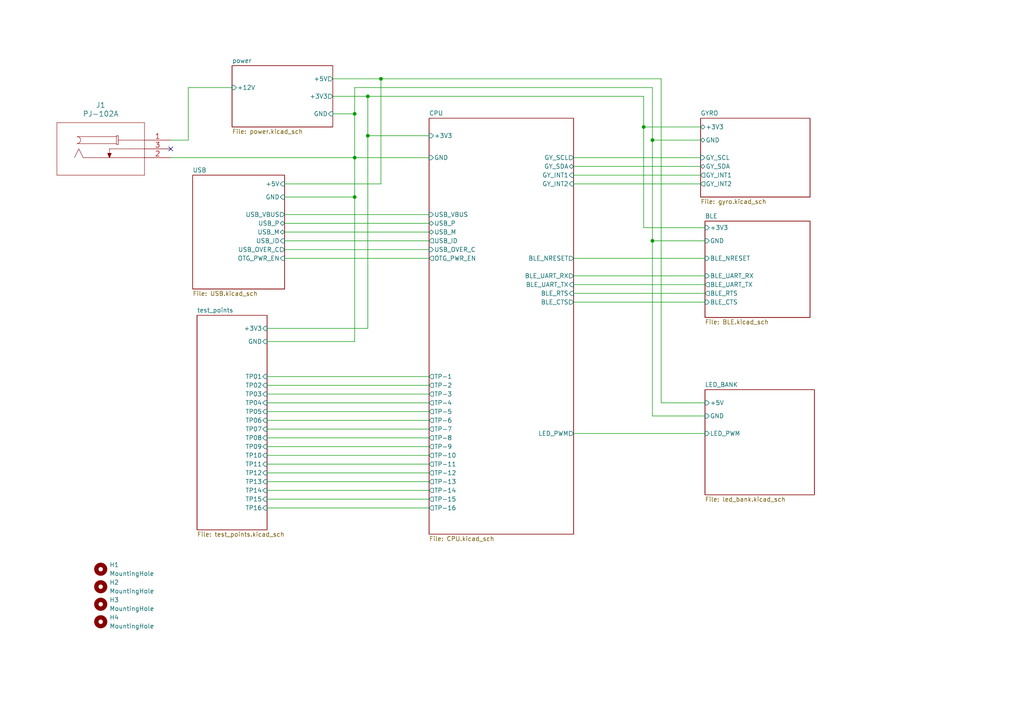
<source format=kicad_sch>
(kicad_sch (version 20230121) (generator eeschema)
  (paper "A4")
  (title_block (title "Root Schematic") (rev "R0.1") (company "Up&Up") (comment 1 "Engineer: Pooh Cook") (comment 2 "Waddle Test Design"))
  (lib_symbols
    (symbol "Mechanical:MountingHole" (pin_names (offset 1.016))
      (property "Reference" "H" (at 0 5.08 0))
      (property "Value" "MountingHole" (at 0 3.175 0))
      (symbol "MountingHole_0_1"
        (circle (center 0 0) (radius 1.27) (stroke (width 1.27)))
      )
    )
    (symbol "local_485:PJ-102A-power-con" (pin_names (offset -0.254) hide)
      (property "Reference" "J1" (at -16.3068 9.8298 0))
      (property "Value" "PJ-102A" (at -16.3068 7.1374 0))
      (symbol "PJ-102A-power-con_1_1"
        (arc (start -27.178 -1.016) (mid -26.1664 0) (end -27.178 1.016) (stroke (width 0.127)))
        (polyline (pts (xy -33.02 -10.16) (xy -7.62 -10.16)) (stroke (width 0.127)))
        (polyline (pts (xy -33.02 5.08) (xy -33.02 -10.16)) (stroke (width 0.127)))
        (polyline (pts (xy -26.67 -2.54) (xy -27.94 -5.08)) (stroke (width 0.127)))
        (polyline (pts (xy -25.4 -5.08) (xy -26.67 -2.54)) (stroke (width 0.127)))
        (polyline (pts (xy -18.288 -3.81) (xy -17.78 -5.08)) (stroke (width 0.127)))
        (polyline (pts (xy -17.78 -5.08) (xy -17.272 -3.81)) (stroke (width 0.127)))
        (polyline (pts (xy -17.78 -2.54) (xy -17.78 -5.08)) (stroke (width 0.127)))
        (polyline (pts (xy -17.272 -3.81) (xy -18.288 -3.81)) (stroke (width 0.127)))
        (polyline (pts (xy -15.748 -1.27) (xy -15.24 -1.27)) (stroke (width 0.127)))
        (polyline (pts (xy -15.748 -1.016) (xy -27.178 -1.016)) (stroke (width 0.127)))
        (polyline (pts (xy -15.748 1.016) (xy -27.178 1.016)) (stroke (width 0.127)))
        (polyline (pts (xy -15.748 1.27) (xy -15.748 -1.27)) (stroke (width 0.127)))
        (polyline (pts (xy -15.24 1.27) (xy -15.748 1.27)) (stroke (width 0.127)))
        (polyline (pts (xy -15.24 1.27) (xy -15.24 -1.27)) (stroke (width 0.127)))
        (polyline (pts (xy -7.62 -10.16) (xy -7.62 5.08)) (stroke (width 0.127)))
        (polyline (pts (xy -7.62 -5.08) (xy -25.4 -5.08)) (stroke (width 0.127)))
        (polyline (pts (xy -7.62 -2.54) (xy -17.78 -2.54)) (stroke (width 0.127)))
        (polyline (pts (xy -7.62 0) (xy -15.24 0)) (stroke (width 0.127)))
        (polyline (pts (xy -7.62 5.08) (xy -33.02 5.08)) (stroke (width 0.127)))
        (polyline (pts (xy -18.288 -3.81) (xy -17.272 -3.81) (xy -17.78 -5.08) (xy -18.288 -3.81)) (fill (type outline)))
        (pin power_out line (at 0 0 180) (length 7.62) (name "1") (number "1"))
        (pin power_out line (at 0 -5.08 180) (length 7.62) (name "2") (number "2"))
        (pin power_out line (at 0 -2.54 180) (length 7.62) (name "3") (number "3"))
      )
    )
  )
  (junction (at 106.68 27.94))
  (junction (at 110.49 22.86))
  (junction (at 186.69 36.83))
  (junction (at 102.87 33.02))
  (junction (at 102.87 57.15))
  (junction (at 102.87 45.72))
  (junction (at 106.68 39.37))
  (junction (at 189.23 40.64))
  (junction (at 189.23 69.85))
  (no_connect (at 49.53 43.18))
  (wire (pts (xy 77.47 111.76) (xy 124.46 111.76)))
  (wire (pts (xy 189.23 120.65) (xy 204.47 120.65)))
  (wire (pts (xy 54.61 40.64) (xy 54.61 25.4)))
  (wire (pts (xy 77.47 99.06) (xy 102.87 99.06)))
  (wire (pts (xy 82.55 57.15) (xy 102.87 57.15)))
  (wire (pts (xy 166.37 50.8) (xy 203.2 50.8)))
  (wire (pts (xy 106.68 27.94) (xy 186.69 27.94)))
  (wire (pts (xy 54.61 25.4) (xy 67.31 25.4)))
  (wire (pts (xy 102.87 25.4) (xy 189.23 25.4)))
  (wire (pts (xy 191.77 22.86) (xy 191.77 116.84)))
  (wire (pts (xy 102.87 33.02) (xy 96.52 33.02)))
  (wire (pts (xy 166.37 82.55) (xy 204.47 82.55)))
  (wire (pts (xy 166.37 125.73) (xy 204.47 125.73)))
  (wire (pts (xy 82.55 69.85) (xy 124.46 69.85)))
  (wire (pts (xy 102.87 33.02) (xy 102.87 45.72)))
  (wire (pts (xy 102.87 57.15) (xy 102.87 99.06)))
  (wire (pts (xy 166.37 87.63) (xy 204.47 87.63)))
  (wire (pts (xy 166.37 45.72) (xy 203.2 45.72)))
  (wire (pts (xy 82.55 67.31) (xy 124.46 67.31)))
  (wire (pts (xy 186.69 36.83) (xy 203.2 36.83)))
  (wire (pts (xy 189.23 69.85) (xy 204.47 69.85)))
  (wire (pts (xy 77.47 121.92) (xy 124.46 121.92)))
  (wire (pts (xy 77.47 127) (xy 124.46 127)))
  (wire (pts (xy 77.47 144.78) (xy 124.46 144.78)))
  (wire (pts (xy 189.23 40.64) (xy 203.2 40.64)))
  (wire (pts (xy 189.23 25.4) (xy 189.23 40.64)))
  (wire (pts (xy 106.68 39.37) (xy 124.46 39.37)))
  (wire (pts (xy 82.55 64.77) (xy 124.46 64.77)))
  (wire (pts (xy 166.37 80.01) (xy 204.47 80.01)))
  (wire (pts (xy 102.87 45.72) (xy 102.87 57.15)))
  (wire (pts (xy 96.52 22.86) (xy 110.49 22.86)))
  (wire (pts (xy 106.68 27.94) (xy 106.68 39.37)))
  (wire (pts (xy 77.47 124.46) (xy 124.46 124.46)))
  (wire (pts (xy 189.23 40.64) (xy 189.23 69.85)))
  (wire (pts (xy 77.47 129.54) (xy 124.46 129.54)))
  (wire (pts (xy 49.53 45.72) (xy 102.87 45.72)))
  (wire (pts (xy 106.68 39.37) (xy 106.68 95.25)))
  (wire (pts (xy 110.49 22.86) (xy 191.77 22.86)))
  (wire (pts (xy 77.47 137.16) (xy 124.46 137.16)))
  (wire (pts (xy 166.37 74.93) (xy 204.47 74.93)))
  (wire (pts (xy 77.47 116.84) (xy 124.46 116.84)))
  (wire (pts (xy 166.37 85.09) (xy 204.47 85.09)))
  (wire (pts (xy 110.49 53.34) (xy 110.49 22.86)))
  (wire (pts (xy 166.37 48.26) (xy 203.2 48.26)))
  (wire (pts (xy 77.47 109.22) (xy 124.46 109.22)))
  (wire (pts (xy 82.55 53.34) (xy 110.49 53.34)))
  (wire (pts (xy 77.47 142.24) (xy 124.46 142.24)))
  (wire (pts (xy 77.47 147.32) (xy 124.46 147.32)))
  (wire (pts (xy 77.47 95.25) (xy 106.68 95.25)))
  (wire (pts (xy 186.69 36.83) (xy 186.69 66.04)))
  (wire (pts (xy 77.47 114.3) (xy 124.46 114.3)))
  (wire (pts (xy 82.55 72.39) (xy 124.46 72.39)))
  (wire (pts (xy 186.69 66.04) (xy 204.47 66.04)))
  (wire (pts (xy 186.69 27.94) (xy 186.69 36.83)))
  (wire (pts (xy 77.47 134.62) (xy 124.46 134.62)))
  (wire (pts (xy 166.37 53.34) (xy 203.2 53.34)))
  (wire (pts (xy 77.47 119.38) (xy 124.46 119.38)))
  (wire (pts (xy 77.47 132.08) (xy 124.46 132.08)))
  (wire (pts (xy 102.87 33.02) (xy 102.87 25.4)))
  (wire (pts (xy 96.52 27.94) (xy 106.68 27.94)))
  (wire (pts (xy 102.87 45.72) (xy 124.46 45.72)))
  (wire (pts (xy 82.55 62.23) (xy 124.46 62.23)))
  (wire (pts (xy 77.47 139.7) (xy 124.46 139.7)))
  (wire (pts (xy 189.23 69.85) (xy 189.23 120.65)))
  (wire (pts (xy 191.77 116.84) (xy 204.47 116.84)))
  (wire (pts (xy 49.53 40.64) (xy 54.61 40.64)))
  (wire (pts (xy 82.55 74.93) (xy 124.46 74.93)))
  (symbol (lib_id "Mechanical:MountingHole") (at 29.21 180.34 0) (unit 1)
    (property "Reference" "H4" (at 31.75 179.07 0) (effects (justify left)))
    (property "Value" "MountingHole" (at 31.75 181.61 0) (effects (justify left)))
    (property "Footprint" "local:MountingHole_2.7mm_M2.5_6mm_court" (effects hide))
  )
  (symbol (lib_id "Mechanical:MountingHole") (at 29.21 165.1 0) (unit 1)
    (property "Reference" "H1" (at 31.75 163.83 0) (effects (justify left)))
    (property "Value" "MountingHole" (at 31.75 166.37 0) (effects (justify left)))
    (property "Footprint" "local:MountingHole_2.7mm_M2.5_6mm_court" (effects hide))
  )
  (symbol (lib_id "Mechanical:MountingHole") (at 29.21 175.26 0) (unit 1)
    (property "Reference" "H3" (at 31.75 173.99 0) (effects (justify left)))
    (property "Value" "MountingHole" (at 31.75 176.53 0) (effects (justify left)))
    (property "Footprint" "local:MountingHole_2.7mm_M2.5_6mm_court" (effects hide))
  )
  (symbol (lib_id "Mechanical:MountingHole") (at 29.21 170.18 0) (unit 1)
    (property "Reference" "H2" (at 31.75 168.91 0) (effects (justify left)))
    (property "Value" "MountingHole" (at 31.75 171.45 0) (effects (justify left)))
    (property "Footprint" "local:MountingHole_2.7mm_M2.5_6mm_court" (effects hide))
  )
  (symbol (lib_id "local_485:PJ-102A-power-con") (at 49.53 40.64 0) (unit 1)
    (property "Reference" "J1" (at 29.21 30.48 0) (effects (font (size 1.524 1.524))))
    (property "Value" "PJ-102A" (at 29.21 33.02 0) (effects (font (size 1.524 1.524))))
    (property "Footprint" "local:BarrelJack_CUI_PJ-102AH_Horizontal" (effects hide))
    (property "cost" "0.489" (effects hide))
    (property "PartNumber" "PJ-102A" (effects hide))
  )
  (sheet (at 203.2 34.29) (size 31.75 22.86) (stroke (width 0.1524))
    (property "Sheetname" "GYRO" (at 203.2 33.5784 0) (effects (justify left bottom)))
    (property "Sheetfile" "gyro.kicad_sch" (at 203.2 57.7346 0) (effects (justify left top)))
    (pin "+3V3" bidirectional (at 203.2 36.83 180))
    (pin "GND" bidirectional (at 203.2 40.64 180))
    (pin "GY_SDA" bidirectional (at 203.2 48.26 180))
    (pin "GY_SCL" input (at 203.2 45.72 180))
    (pin "GY_INT2" output (at 203.2 53.34 180))
    (pin "GY_INT1" output (at 203.2 50.8 180))
  )
  (sheet (at 55.88 50.8) (size 26.67 33.02) (stroke (width 0.1524))
    (property "Sheetname" "USB" (at 55.88 50.0884 0) (effects (justify left bottom)))
    (property "Sheetfile" "USB.kicad_sch" (at 55.88 84.4046 0) (effects (justify left top)))
    (pin "GND" input (at 82.55 57.15 0))
    (pin "+5V" input (at 82.55 53.34 0))
    (pin "USB_ID" input (at 82.55 69.85 0))
    (pin "USB_VBUS" output (at 82.55 62.23 0))
    (pin "USB_M" bidirectional (at 82.55 67.31 0))
    (pin "USB_P" bidirectional (at 82.55 64.77 0))
    (pin "OTG_PWR_EN" input (at 82.55 74.93 0))
    (pin "USB_OVER_C" output (at 82.55 72.39 0))
  )
  (sheet (at 204.47 113.03) (size 31.75 30.48) (stroke (width 0.1524))
    (property "Sheetname" "LED_BANK" (at 204.47 112.3184 0) (effects (justify left bottom)))
    (property "Sheetfile" "led_bank.kicad_sch" (at 204.47 144.0946 0) (effects (justify left top)))
    (pin "LED_PWM" input (at 204.47 125.73 180))
    (pin "GND" input (at 204.47 120.65 180))
    (pin "+5V" input (at 204.47 116.84 180))
  )
  (sheet (at 204.47 64.135) (size 30.48 27.94) (stroke (width 0.1524))
    (property "Sheetname" "BLE" (at 204.47 63.4234 0) (effects (justify left bottom)))
    (property "Sheetfile" "BLE.kicad_sch" (at 204.47 92.6596 0) (effects (justify left top)))
    (pin "GND" input (at 204.47 69.85 180))
    (pin "BLE_UART_TX" output (at 204.47 82.55 180))
    (pin "BLE_CTS" input (at 204.47 87.63 180))
    (pin "BLE_RTS" output (at 204.47 85.09 180))
    (pin "BLE_UART_RX" input (at 204.47 80.01 180))
    (pin "+3V3" input (at 204.47 66.04 180))
    (pin "BLE_NRESET" input (at 204.47 74.93 180))
  )
  (sheet (at 67.31 19.05) (size 29.21 17.78) (stroke (width 0.1524))
    (property "Sheetname" "power" (at 67.31 18.3384 0) (effects (justify left bottom)))
    (property "Sheetfile" "power.kicad_sch" (at 67.31 37.4146 0) (effects (justify left top)))
    (pin "GND" input (at 96.52 33.02 0))
    (pin "+12V" input (at 67.31 25.4 180))
    (pin "+3V3" output (at 96.52 27.94 0))
    (pin "+5V" output (at 96.52 22.86 0))
  )
  (sheet (at 57.15 91.44) (size 20.32 62.23) (stroke (width 0.1524))
    (property "Sheetname" "test_points" (at 57.15 90.7284 0) (effects (justify left bottom)))
    (property "Sheetfile" "test_points.kicad_sch" (at 57.15 154.2546 0) (effects (justify left top)))
    (pin "GND" input (at 77.47 99.06 0))
    (pin "TP12" input (at 77.47 137.16 0))
    (pin "TP05" input (at 77.47 119.38 0))
    (pin "TP02" input (at 77.47 111.76 0))
    (pin "TP04" input (at 77.47 116.84 0))
    (pin "TP01" input (at 77.47 109.22 0))
    (pin "+3V3" input (at 77.47 95.25 0))
    (pin "TP06" input (at 77.47 121.92 0))
    (pin "TP03" input (at 77.47 114.3 0))
    (pin "TP11" input (at 77.47 134.62 0))
    (pin "TP10" input (at 77.47 132.08 0))
    (pin "TP08" input (at 77.47 127 0))
    (pin "TP07" input (at 77.47 124.46 0))
    (pin "TP09" input (at 77.47 129.54 0))
    (pin "TP13" input (at 77.47 139.7 0))
    (pin "TP15" input (at 77.47 144.78 0))
    (pin "TP14" input (at 77.47 142.24 0))
    (pin "TP16" input (at 77.47 147.32 0))
  )
  (sheet (at 124.46 34.29) (size 41.91 120.65) (stroke (width 0.1524))
    (property "Sheetname" "CPU" (at 124.46 33.5784 0) (effects (justify left bottom)))
    (property "Sheetfile" "CPU.kicad_sch" (at 124.46 155.5246 0) (effects (justify left top)))
    (pin "+3V3" input (at 124.46 39.37 180))
    (pin "GND" input (at 124.46 45.72 180))
    (pin "TP-9" output (at 124.46 129.54 180))
    (pin "TP-10" output (at 124.46 132.08 180))
    (pin "TP-11" output (at 124.46 134.62 180))
    (pin "TP-7" output (at 124.46 124.46 180))
    (pin "TP-8" output (at 124.46 127 180))
    (pin "TP-2" output (at 124.46 111.76 180))
    (pin "TP-3" output (at 124.46 114.3 180))
    (pin "TP-5" output (at 124.46 119.38 180))
    (pin "TP-4" output (at 124.46 116.84 180))
    (pin "TP-1" output (at 124.46 109.22 180))
    (pin "TP-6" output (at 124.46 121.92 180))
    (pin "LED_PWM" output (at 166.37 125.73 0))
    (pin "TP-12" output (at 124.46 137.16 180))
    (pin "TP-15" output (at 124.46 144.78 180))
    (pin "TP-13" output (at 124.46 139.7 180))
    (pin "TP-14" output (at 124.46 142.24 180))
    (pin "TP-16" output (at 124.46 147.32 180))
    (pin "BLE_UART_RX" output (at 166.37 80.01 0))
    (pin "BLE_UART_TX" input (at 166.37 82.55 0))
    (pin "BLE_RTS" input (at 166.37 85.09 0))
    (pin "BLE_CTS" output (at 166.37 87.63 0))
    (pin "USB_P" bidirectional (at 124.46 64.77 180))
    (pin "USB_M" bidirectional (at 124.46 67.31 180))
    (pin "USB_VBUS" input (at 124.46 62.23 180))
    (pin "USB_ID" output (at 124.46 69.85 180))
    (pin "USB_OVER_C" input (at 124.46 72.39 180))
    (pin "OTG_PWR_EN" output (at 124.46 74.93 180))
    (pin "BLE_NRESET" output (at 166.37 74.93 0))
    (pin "GY_INT1" input (at 166.37 50.8 0))
    (pin "GY_INT2" input (at 166.37 53.34 0))
    (pin "GY_SCL" output (at 166.37 45.72 0))
    (pin "GY_SDA" bidirectional (at 166.37 48.26 0))
  )
)
</source>
